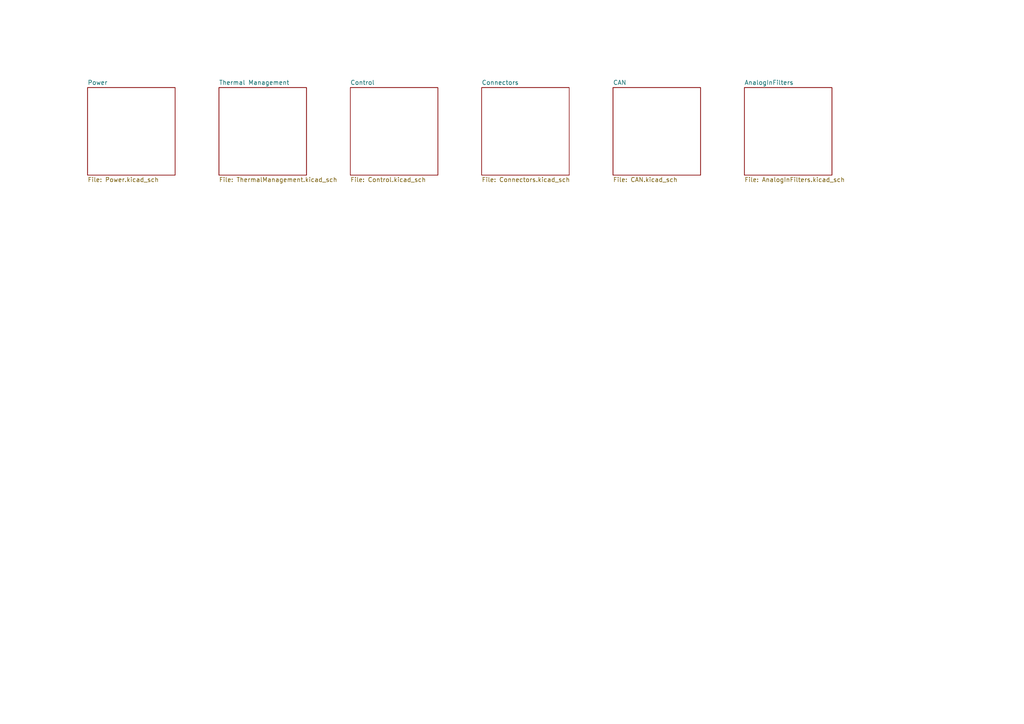
<source format=kicad_sch>
(kicad_sch
	(version 20250114)
	(generator "eeschema")
	(generator_version "9.0")
	(uuid "66e49eb5-2741-49e2-b48a-baf482488ca8")
	(paper "A4")
	(lib_symbols)
	(sheet
		(at 101.6 25.4)
		(size 25.4 25.4)
		(exclude_from_sim no)
		(in_bom yes)
		(on_board yes)
		(dnp no)
		(fields_autoplaced yes)
		(stroke
			(width 0.1524)
			(type solid)
		)
		(fill
			(color 0 0 0 0.0000)
		)
		(uuid "0ea8cdf4-b6d0-41be-8e8a-b9b799ce9f5d")
		(property "Sheetname" "Control"
			(at 101.6 24.6884 0)
			(effects
				(font
					(size 1.27 1.27)
				)
				(justify left bottom)
			)
		)
		(property "Sheetfile" "Control.kicad_sch"
			(at 101.6 51.3846 0)
			(effects
				(font
					(size 1.27 1.27)
				)
				(justify left top)
			)
		)
		(instances
			(project "ControlBoard"
				(path "/66e49eb5-2741-49e2-b48a-baf482488ca8"
					(page "4")
				)
			)
		)
	)
	(sheet
		(at 215.9 25.4)
		(size 25.4 25.4)
		(exclude_from_sim no)
		(in_bom yes)
		(on_board yes)
		(dnp no)
		(fields_autoplaced yes)
		(stroke
			(width 0.1524)
			(type solid)
		)
		(fill
			(color 0 0 0 0.0000)
		)
		(uuid "7a3cf8b1-a74b-46f9-bccc-862caf07379b")
		(property "Sheetname" "AnalogInFilters"
			(at 215.9 24.6884 0)
			(effects
				(font
					(size 1.27 1.27)
				)
				(justify left bottom)
			)
		)
		(property "Sheetfile" "AnalogInFilters.kicad_sch"
			(at 215.9 51.3846 0)
			(effects
				(font
					(size 1.27 1.27)
				)
				(justify left top)
			)
		)
		(instances
			(project "ControlBoard"
				(path "/66e49eb5-2741-49e2-b48a-baf482488ca8"
					(page "7")
				)
			)
		)
	)
	(sheet
		(at 63.5 25.4)
		(size 25.4 25.4)
		(exclude_from_sim no)
		(in_bom yes)
		(on_board yes)
		(dnp no)
		(fields_autoplaced yes)
		(stroke
			(width 0.1524)
			(type solid)
		)
		(fill
			(color 0 0 0 0.0000)
		)
		(uuid "80cd0a20-c9e4-4080-bfbc-876d689088f1")
		(property "Sheetname" "Thermal Management"
			(at 63.5 24.6884 0)
			(effects
				(font
					(size 1.27 1.27)
				)
				(justify left bottom)
			)
		)
		(property "Sheetfile" "ThermalManagement.kicad_sch"
			(at 63.5 51.3846 0)
			(effects
				(font
					(size 1.27 1.27)
				)
				(justify left top)
			)
		)
		(instances
			(project "ControlBoard"
				(path "/66e49eb5-2741-49e2-b48a-baf482488ca8"
					(page "3")
				)
			)
		)
	)
	(sheet
		(at 177.8 25.4)
		(size 25.4 25.4)
		(exclude_from_sim no)
		(in_bom yes)
		(on_board yes)
		(dnp no)
		(fields_autoplaced yes)
		(stroke
			(width 0.1524)
			(type solid)
		)
		(fill
			(color 0 0 0 0.0000)
		)
		(uuid "b603b6ab-731a-4b00-a995-a83952d2e03a")
		(property "Sheetname" "CAN"
			(at 177.8 24.6884 0)
			(effects
				(font
					(size 1.27 1.27)
				)
				(justify left bottom)
			)
		)
		(property "Sheetfile" "CAN.kicad_sch"
			(at 177.8 51.3846 0)
			(effects
				(font
					(size 1.27 1.27)
				)
				(justify left top)
			)
		)
		(instances
			(project "ControlBoard"
				(path "/66e49eb5-2741-49e2-b48a-baf482488ca8"
					(page "6")
				)
			)
		)
	)
	(sheet
		(at 139.7 25.4)
		(size 25.4 25.4)
		(exclude_from_sim no)
		(in_bom yes)
		(on_board yes)
		(dnp no)
		(fields_autoplaced yes)
		(stroke
			(width 0.1524)
			(type solid)
		)
		(fill
			(color 0 0 0 0.0000)
		)
		(uuid "cce886e5-3de0-446d-9657-6a47123275cd")
		(property "Sheetname" "Connectors"
			(at 139.7 24.6884 0)
			(effects
				(font
					(size 1.27 1.27)
				)
				(justify left bottom)
			)
		)
		(property "Sheetfile" "Connectors.kicad_sch"
			(at 139.7 51.3846 0)
			(effects
				(font
					(size 1.27 1.27)
				)
				(justify left top)
			)
		)
		(property "Field2" ""
			(at 139.7 25.4 0)
			(effects
				(font
					(size 1.27 1.27)
				)
			)
		)
		(instances
			(project "ControlBoard"
				(path "/66e49eb5-2741-49e2-b48a-baf482488ca8"
					(page "5")
				)
			)
		)
	)
	(sheet
		(at 25.4 25.4)
		(size 25.4 25.4)
		(exclude_from_sim no)
		(in_bom yes)
		(on_board yes)
		(dnp no)
		(fields_autoplaced yes)
		(stroke
			(width 0.1524)
			(type solid)
		)
		(fill
			(color 0 0 0 0.0000)
		)
		(uuid "f43d716c-803e-4298-9377-543b8fb7319f")
		(property "Sheetname" "Power"
			(at 25.4 24.6884 0)
			(effects
				(font
					(size 1.27 1.27)
				)
				(justify left bottom)
			)
		)
		(property "Sheetfile" "Power.kicad_sch"
			(at 25.4 51.3846 0)
			(effects
				(font
					(size 1.27 1.27)
				)
				(justify left top)
			)
		)
		(instances
			(project "ControlBoard"
				(path "/66e49eb5-2741-49e2-b48a-baf482488ca8"
					(page "2")
				)
			)
		)
	)
	(sheet_instances
		(path "/"
			(page "1")
		)
	)
	(embedded_fonts no)
)

</source>
